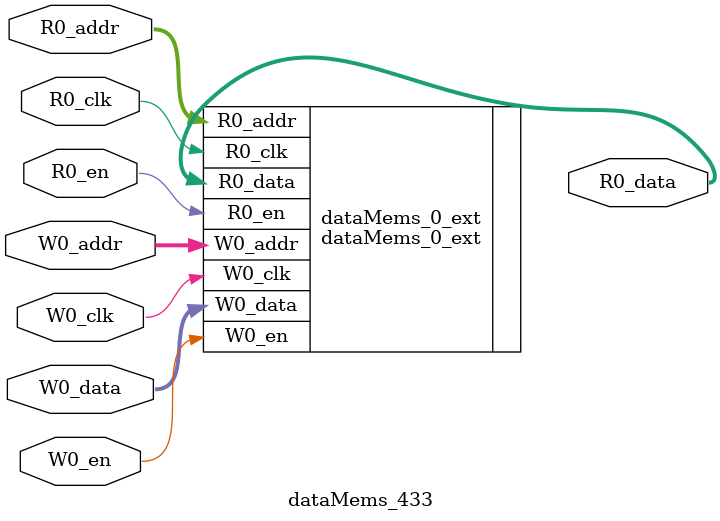
<source format=sv>
`ifndef RANDOMIZE
  `ifdef RANDOMIZE_REG_INIT
    `define RANDOMIZE
  `endif // RANDOMIZE_REG_INIT
`endif // not def RANDOMIZE
`ifndef RANDOMIZE
  `ifdef RANDOMIZE_MEM_INIT
    `define RANDOMIZE
  `endif // RANDOMIZE_MEM_INIT
`endif // not def RANDOMIZE

`ifndef RANDOM
  `define RANDOM $random
`endif // not def RANDOM

// Users can define 'PRINTF_COND' to add an extra gate to prints.
`ifndef PRINTF_COND_
  `ifdef PRINTF_COND
    `define PRINTF_COND_ (`PRINTF_COND)
  `else  // PRINTF_COND
    `define PRINTF_COND_ 1
  `endif // PRINTF_COND
`endif // not def PRINTF_COND_

// Users can define 'ASSERT_VERBOSE_COND' to add an extra gate to assert error printing.
`ifndef ASSERT_VERBOSE_COND_
  `ifdef ASSERT_VERBOSE_COND
    `define ASSERT_VERBOSE_COND_ (`ASSERT_VERBOSE_COND)
  `else  // ASSERT_VERBOSE_COND
    `define ASSERT_VERBOSE_COND_ 1
  `endif // ASSERT_VERBOSE_COND
`endif // not def ASSERT_VERBOSE_COND_

// Users can define 'STOP_COND' to add an extra gate to stop conditions.
`ifndef STOP_COND_
  `ifdef STOP_COND
    `define STOP_COND_ (`STOP_COND)
  `else  // STOP_COND
    `define STOP_COND_ 1
  `endif // STOP_COND
`endif // not def STOP_COND_

// Users can define INIT_RANDOM as general code that gets injected into the
// initializer block for modules with registers.
`ifndef INIT_RANDOM
  `define INIT_RANDOM
`endif // not def INIT_RANDOM

// If using random initialization, you can also define RANDOMIZE_DELAY to
// customize the delay used, otherwise 0.002 is used.
`ifndef RANDOMIZE_DELAY
  `define RANDOMIZE_DELAY 0.002
`endif // not def RANDOMIZE_DELAY

// Define INIT_RANDOM_PROLOG_ for use in our modules below.
`ifndef INIT_RANDOM_PROLOG_
  `ifdef RANDOMIZE
    `ifdef VERILATOR
      `define INIT_RANDOM_PROLOG_ `INIT_RANDOM
    `else  // VERILATOR
      `define INIT_RANDOM_PROLOG_ `INIT_RANDOM #`RANDOMIZE_DELAY begin end
    `endif // VERILATOR
  `else  // RANDOMIZE
    `define INIT_RANDOM_PROLOG_
  `endif // RANDOMIZE
`endif // not def INIT_RANDOM_PROLOG_

// Include register initializers in init blocks unless synthesis is set
`ifndef SYNTHESIS
  `ifndef ENABLE_INITIAL_REG_
    `define ENABLE_INITIAL_REG_
  `endif // not def ENABLE_INITIAL_REG_
`endif // not def SYNTHESIS

// Include rmemory initializers in init blocks unless synthesis is set
`ifndef SYNTHESIS
  `ifndef ENABLE_INITIAL_MEM_
    `define ENABLE_INITIAL_MEM_
  `endif // not def ENABLE_INITIAL_MEM_
`endif // not def SYNTHESIS

module dataMems_433(	// @[generators/ara/src/main/scala/UnsafeAXI4ToTL.scala:365:62]
  input  [4:0]  R0_addr,
  input         R0_en,
  input         R0_clk,
  output [66:0] R0_data,
  input  [4:0]  W0_addr,
  input         W0_en,
  input         W0_clk,
  input  [66:0] W0_data
);

  dataMems_0_ext dataMems_0_ext (	// @[generators/ara/src/main/scala/UnsafeAXI4ToTL.scala:365:62]
    .R0_addr (R0_addr),
    .R0_en   (R0_en),
    .R0_clk  (R0_clk),
    .R0_data (R0_data),
    .W0_addr (W0_addr),
    .W0_en   (W0_en),
    .W0_clk  (W0_clk),
    .W0_data (W0_data)
  );
endmodule


</source>
